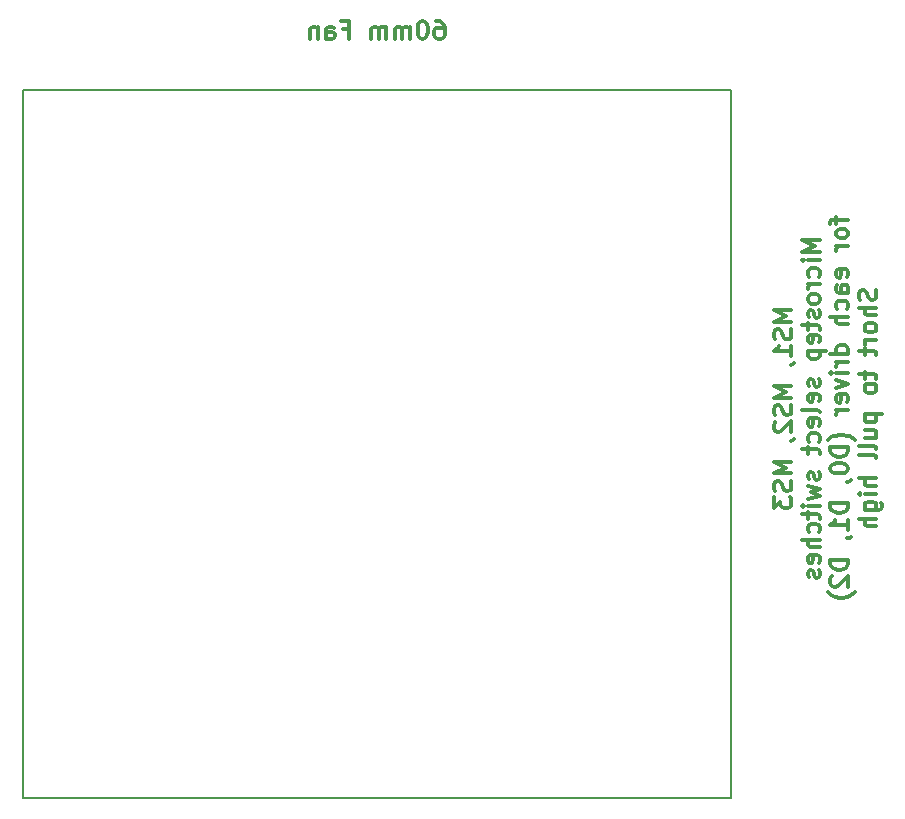
<source format=gbr>
G04 #@! TF.FileFunction,Legend,Bot*
%FSLAX46Y46*%
G04 Gerber Fmt 4.6, Leading zero omitted, Abs format (unit mm)*
G04 Created by KiCad (PCBNEW (2015-12-07 BZR 6352)-product) date Sun 16 Jul 2017 10:51:14 AM EDT*
%MOMM*%
G01*
G04 APERTURE LIST*
%ADD10C,0.100000*%
%ADD11C,0.300000*%
%ADD12C,0.200000*%
G04 APERTURE END LIST*
D10*
D11*
X161078571Y-64642858D02*
X159578571Y-64642858D01*
X160650000Y-65142858D01*
X159578571Y-65642858D01*
X161078571Y-65642858D01*
X161007143Y-66285715D02*
X161078571Y-66500001D01*
X161078571Y-66857144D01*
X161007143Y-67000001D01*
X160935714Y-67071430D01*
X160792857Y-67142858D01*
X160650000Y-67142858D01*
X160507143Y-67071430D01*
X160435714Y-67000001D01*
X160364286Y-66857144D01*
X160292857Y-66571430D01*
X160221429Y-66428572D01*
X160150000Y-66357144D01*
X160007143Y-66285715D01*
X159864286Y-66285715D01*
X159721429Y-66357144D01*
X159650000Y-66428572D01*
X159578571Y-66571430D01*
X159578571Y-66928572D01*
X159650000Y-67142858D01*
X161078571Y-68571429D02*
X161078571Y-67714286D01*
X161078571Y-68142858D02*
X159578571Y-68142858D01*
X159792857Y-68000001D01*
X159935714Y-67857143D01*
X160007143Y-67714286D01*
X161007143Y-69285714D02*
X161078571Y-69285714D01*
X161221429Y-69214286D01*
X161292857Y-69142857D01*
X161078571Y-71071429D02*
X159578571Y-71071429D01*
X160650000Y-71571429D01*
X159578571Y-72071429D01*
X161078571Y-72071429D01*
X161007143Y-72714286D02*
X161078571Y-72928572D01*
X161078571Y-73285715D01*
X161007143Y-73428572D01*
X160935714Y-73500001D01*
X160792857Y-73571429D01*
X160650000Y-73571429D01*
X160507143Y-73500001D01*
X160435714Y-73428572D01*
X160364286Y-73285715D01*
X160292857Y-73000001D01*
X160221429Y-72857143D01*
X160150000Y-72785715D01*
X160007143Y-72714286D01*
X159864286Y-72714286D01*
X159721429Y-72785715D01*
X159650000Y-72857143D01*
X159578571Y-73000001D01*
X159578571Y-73357143D01*
X159650000Y-73571429D01*
X159721429Y-74142857D02*
X159650000Y-74214286D01*
X159578571Y-74357143D01*
X159578571Y-74714286D01*
X159650000Y-74857143D01*
X159721429Y-74928572D01*
X159864286Y-75000000D01*
X160007143Y-75000000D01*
X160221429Y-74928572D01*
X161078571Y-74071429D01*
X161078571Y-75000000D01*
X161007143Y-75714285D02*
X161078571Y-75714285D01*
X161221429Y-75642857D01*
X161292857Y-75571428D01*
X161078571Y-77500000D02*
X159578571Y-77500000D01*
X160650000Y-78000000D01*
X159578571Y-78500000D01*
X161078571Y-78500000D01*
X161007143Y-79142857D02*
X161078571Y-79357143D01*
X161078571Y-79714286D01*
X161007143Y-79857143D01*
X160935714Y-79928572D01*
X160792857Y-80000000D01*
X160650000Y-80000000D01*
X160507143Y-79928572D01*
X160435714Y-79857143D01*
X160364286Y-79714286D01*
X160292857Y-79428572D01*
X160221429Y-79285714D01*
X160150000Y-79214286D01*
X160007143Y-79142857D01*
X159864286Y-79142857D01*
X159721429Y-79214286D01*
X159650000Y-79285714D01*
X159578571Y-79428572D01*
X159578571Y-79785714D01*
X159650000Y-80000000D01*
X159578571Y-80500000D02*
X159578571Y-81428571D01*
X160150000Y-80928571D01*
X160150000Y-81142857D01*
X160221429Y-81285714D01*
X160292857Y-81357143D01*
X160435714Y-81428571D01*
X160792857Y-81428571D01*
X160935714Y-81357143D01*
X161007143Y-81285714D01*
X161078571Y-81142857D01*
X161078571Y-80714285D01*
X161007143Y-80571428D01*
X160935714Y-80500000D01*
X163478571Y-58750000D02*
X161978571Y-58750000D01*
X163050000Y-59250000D01*
X161978571Y-59750000D01*
X163478571Y-59750000D01*
X163478571Y-60464286D02*
X162478571Y-60464286D01*
X161978571Y-60464286D02*
X162050000Y-60392857D01*
X162121429Y-60464286D01*
X162050000Y-60535714D01*
X161978571Y-60464286D01*
X162121429Y-60464286D01*
X163407143Y-61821429D02*
X163478571Y-61678572D01*
X163478571Y-61392858D01*
X163407143Y-61250000D01*
X163335714Y-61178572D01*
X163192857Y-61107143D01*
X162764286Y-61107143D01*
X162621429Y-61178572D01*
X162550000Y-61250000D01*
X162478571Y-61392858D01*
X162478571Y-61678572D01*
X162550000Y-61821429D01*
X163478571Y-62464286D02*
X162478571Y-62464286D01*
X162764286Y-62464286D02*
X162621429Y-62535714D01*
X162550000Y-62607143D01*
X162478571Y-62750000D01*
X162478571Y-62892857D01*
X163478571Y-63607143D02*
X163407143Y-63464285D01*
X163335714Y-63392857D01*
X163192857Y-63321428D01*
X162764286Y-63321428D01*
X162621429Y-63392857D01*
X162550000Y-63464285D01*
X162478571Y-63607143D01*
X162478571Y-63821428D01*
X162550000Y-63964285D01*
X162621429Y-64035714D01*
X162764286Y-64107143D01*
X163192857Y-64107143D01*
X163335714Y-64035714D01*
X163407143Y-63964285D01*
X163478571Y-63821428D01*
X163478571Y-63607143D01*
X163407143Y-64678571D02*
X163478571Y-64821428D01*
X163478571Y-65107143D01*
X163407143Y-65250000D01*
X163264286Y-65321428D01*
X163192857Y-65321428D01*
X163050000Y-65250000D01*
X162978571Y-65107143D01*
X162978571Y-64892857D01*
X162907143Y-64750000D01*
X162764286Y-64678571D01*
X162692857Y-64678571D01*
X162550000Y-64750000D01*
X162478571Y-64892857D01*
X162478571Y-65107143D01*
X162550000Y-65250000D01*
X162478571Y-65750000D02*
X162478571Y-66321429D01*
X161978571Y-65964286D02*
X163264286Y-65964286D01*
X163407143Y-66035714D01*
X163478571Y-66178572D01*
X163478571Y-66321429D01*
X163407143Y-67392857D02*
X163478571Y-67250000D01*
X163478571Y-66964286D01*
X163407143Y-66821429D01*
X163264286Y-66750000D01*
X162692857Y-66750000D01*
X162550000Y-66821429D01*
X162478571Y-66964286D01*
X162478571Y-67250000D01*
X162550000Y-67392857D01*
X162692857Y-67464286D01*
X162835714Y-67464286D01*
X162978571Y-66750000D01*
X162478571Y-68107143D02*
X163978571Y-68107143D01*
X162550000Y-68107143D02*
X162478571Y-68250000D01*
X162478571Y-68535714D01*
X162550000Y-68678571D01*
X162621429Y-68750000D01*
X162764286Y-68821429D01*
X163192857Y-68821429D01*
X163335714Y-68750000D01*
X163407143Y-68678571D01*
X163478571Y-68535714D01*
X163478571Y-68250000D01*
X163407143Y-68107143D01*
X163407143Y-70535714D02*
X163478571Y-70678571D01*
X163478571Y-70964286D01*
X163407143Y-71107143D01*
X163264286Y-71178571D01*
X163192857Y-71178571D01*
X163050000Y-71107143D01*
X162978571Y-70964286D01*
X162978571Y-70750000D01*
X162907143Y-70607143D01*
X162764286Y-70535714D01*
X162692857Y-70535714D01*
X162550000Y-70607143D01*
X162478571Y-70750000D01*
X162478571Y-70964286D01*
X162550000Y-71107143D01*
X163407143Y-72392857D02*
X163478571Y-72250000D01*
X163478571Y-71964286D01*
X163407143Y-71821429D01*
X163264286Y-71750000D01*
X162692857Y-71750000D01*
X162550000Y-71821429D01*
X162478571Y-71964286D01*
X162478571Y-72250000D01*
X162550000Y-72392857D01*
X162692857Y-72464286D01*
X162835714Y-72464286D01*
X162978571Y-71750000D01*
X163478571Y-73321429D02*
X163407143Y-73178571D01*
X163264286Y-73107143D01*
X161978571Y-73107143D01*
X163407143Y-74464285D02*
X163478571Y-74321428D01*
X163478571Y-74035714D01*
X163407143Y-73892857D01*
X163264286Y-73821428D01*
X162692857Y-73821428D01*
X162550000Y-73892857D01*
X162478571Y-74035714D01*
X162478571Y-74321428D01*
X162550000Y-74464285D01*
X162692857Y-74535714D01*
X162835714Y-74535714D01*
X162978571Y-73821428D01*
X163407143Y-75821428D02*
X163478571Y-75678571D01*
X163478571Y-75392857D01*
X163407143Y-75249999D01*
X163335714Y-75178571D01*
X163192857Y-75107142D01*
X162764286Y-75107142D01*
X162621429Y-75178571D01*
X162550000Y-75249999D01*
X162478571Y-75392857D01*
X162478571Y-75678571D01*
X162550000Y-75821428D01*
X162478571Y-76249999D02*
X162478571Y-76821428D01*
X161978571Y-76464285D02*
X163264286Y-76464285D01*
X163407143Y-76535713D01*
X163478571Y-76678571D01*
X163478571Y-76821428D01*
X163407143Y-78392856D02*
X163478571Y-78535713D01*
X163478571Y-78821428D01*
X163407143Y-78964285D01*
X163264286Y-79035713D01*
X163192857Y-79035713D01*
X163050000Y-78964285D01*
X162978571Y-78821428D01*
X162978571Y-78607142D01*
X162907143Y-78464285D01*
X162764286Y-78392856D01*
X162692857Y-78392856D01*
X162550000Y-78464285D01*
X162478571Y-78607142D01*
X162478571Y-78821428D01*
X162550000Y-78964285D01*
X162478571Y-79535714D02*
X163478571Y-79821428D01*
X162764286Y-80107142D01*
X163478571Y-80392857D01*
X162478571Y-80678571D01*
X163478571Y-81250000D02*
X162478571Y-81250000D01*
X161978571Y-81250000D02*
X162050000Y-81178571D01*
X162121429Y-81250000D01*
X162050000Y-81321428D01*
X161978571Y-81250000D01*
X162121429Y-81250000D01*
X162478571Y-81750000D02*
X162478571Y-82321429D01*
X161978571Y-81964286D02*
X163264286Y-81964286D01*
X163407143Y-82035714D01*
X163478571Y-82178572D01*
X163478571Y-82321429D01*
X163407143Y-83464286D02*
X163478571Y-83321429D01*
X163478571Y-83035715D01*
X163407143Y-82892857D01*
X163335714Y-82821429D01*
X163192857Y-82750000D01*
X162764286Y-82750000D01*
X162621429Y-82821429D01*
X162550000Y-82892857D01*
X162478571Y-83035715D01*
X162478571Y-83321429D01*
X162550000Y-83464286D01*
X163478571Y-84107143D02*
X161978571Y-84107143D01*
X163478571Y-84750000D02*
X162692857Y-84750000D01*
X162550000Y-84678571D01*
X162478571Y-84535714D01*
X162478571Y-84321429D01*
X162550000Y-84178571D01*
X162621429Y-84107143D01*
X163407143Y-86035714D02*
X163478571Y-85892857D01*
X163478571Y-85607143D01*
X163407143Y-85464286D01*
X163264286Y-85392857D01*
X162692857Y-85392857D01*
X162550000Y-85464286D01*
X162478571Y-85607143D01*
X162478571Y-85892857D01*
X162550000Y-86035714D01*
X162692857Y-86107143D01*
X162835714Y-86107143D01*
X162978571Y-85392857D01*
X163407143Y-86678571D02*
X163478571Y-86821428D01*
X163478571Y-87107143D01*
X163407143Y-87250000D01*
X163264286Y-87321428D01*
X163192857Y-87321428D01*
X163050000Y-87250000D01*
X162978571Y-87107143D01*
X162978571Y-86892857D01*
X162907143Y-86750000D01*
X162764286Y-86678571D01*
X162692857Y-86678571D01*
X162550000Y-86750000D01*
X162478571Y-86892857D01*
X162478571Y-87107143D01*
X162550000Y-87250000D01*
X164878571Y-56785716D02*
X164878571Y-57357145D01*
X165878571Y-57000002D02*
X164592857Y-57000002D01*
X164450000Y-57071430D01*
X164378571Y-57214288D01*
X164378571Y-57357145D01*
X165878571Y-58071431D02*
X165807143Y-57928573D01*
X165735714Y-57857145D01*
X165592857Y-57785716D01*
X165164286Y-57785716D01*
X165021429Y-57857145D01*
X164950000Y-57928573D01*
X164878571Y-58071431D01*
X164878571Y-58285716D01*
X164950000Y-58428573D01*
X165021429Y-58500002D01*
X165164286Y-58571431D01*
X165592857Y-58571431D01*
X165735714Y-58500002D01*
X165807143Y-58428573D01*
X165878571Y-58285716D01*
X165878571Y-58071431D01*
X165878571Y-59214288D02*
X164878571Y-59214288D01*
X165164286Y-59214288D02*
X165021429Y-59285716D01*
X164950000Y-59357145D01*
X164878571Y-59500002D01*
X164878571Y-59642859D01*
X165807143Y-61857144D02*
X165878571Y-61714287D01*
X165878571Y-61428573D01*
X165807143Y-61285716D01*
X165664286Y-61214287D01*
X165092857Y-61214287D01*
X164950000Y-61285716D01*
X164878571Y-61428573D01*
X164878571Y-61714287D01*
X164950000Y-61857144D01*
X165092857Y-61928573D01*
X165235714Y-61928573D01*
X165378571Y-61214287D01*
X165878571Y-63214287D02*
X165092857Y-63214287D01*
X164950000Y-63142858D01*
X164878571Y-63000001D01*
X164878571Y-62714287D01*
X164950000Y-62571430D01*
X165807143Y-63214287D02*
X165878571Y-63071430D01*
X165878571Y-62714287D01*
X165807143Y-62571430D01*
X165664286Y-62500001D01*
X165521429Y-62500001D01*
X165378571Y-62571430D01*
X165307143Y-62714287D01*
X165307143Y-63071430D01*
X165235714Y-63214287D01*
X165807143Y-64571430D02*
X165878571Y-64428573D01*
X165878571Y-64142859D01*
X165807143Y-64000001D01*
X165735714Y-63928573D01*
X165592857Y-63857144D01*
X165164286Y-63857144D01*
X165021429Y-63928573D01*
X164950000Y-64000001D01*
X164878571Y-64142859D01*
X164878571Y-64428573D01*
X164950000Y-64571430D01*
X165878571Y-65214287D02*
X164378571Y-65214287D01*
X165878571Y-65857144D02*
X165092857Y-65857144D01*
X164950000Y-65785715D01*
X164878571Y-65642858D01*
X164878571Y-65428573D01*
X164950000Y-65285715D01*
X165021429Y-65214287D01*
X165878571Y-68357144D02*
X164378571Y-68357144D01*
X165807143Y-68357144D02*
X165878571Y-68214287D01*
X165878571Y-67928573D01*
X165807143Y-67785715D01*
X165735714Y-67714287D01*
X165592857Y-67642858D01*
X165164286Y-67642858D01*
X165021429Y-67714287D01*
X164950000Y-67785715D01*
X164878571Y-67928573D01*
X164878571Y-68214287D01*
X164950000Y-68357144D01*
X165878571Y-69071430D02*
X164878571Y-69071430D01*
X165164286Y-69071430D02*
X165021429Y-69142858D01*
X164950000Y-69214287D01*
X164878571Y-69357144D01*
X164878571Y-69500001D01*
X165878571Y-70000001D02*
X164878571Y-70000001D01*
X164378571Y-70000001D02*
X164450000Y-69928572D01*
X164521429Y-70000001D01*
X164450000Y-70071429D01*
X164378571Y-70000001D01*
X164521429Y-70000001D01*
X164878571Y-70571430D02*
X165878571Y-70928573D01*
X164878571Y-71285715D01*
X165807143Y-72428572D02*
X165878571Y-72285715D01*
X165878571Y-72000001D01*
X165807143Y-71857144D01*
X165664286Y-71785715D01*
X165092857Y-71785715D01*
X164950000Y-71857144D01*
X164878571Y-72000001D01*
X164878571Y-72285715D01*
X164950000Y-72428572D01*
X165092857Y-72500001D01*
X165235714Y-72500001D01*
X165378571Y-71785715D01*
X165878571Y-73142858D02*
X164878571Y-73142858D01*
X165164286Y-73142858D02*
X165021429Y-73214286D01*
X164950000Y-73285715D01*
X164878571Y-73428572D01*
X164878571Y-73571429D01*
X166450000Y-75642857D02*
X166378571Y-75571429D01*
X166164286Y-75428572D01*
X166021429Y-75357143D01*
X165807143Y-75285714D01*
X165450000Y-75214286D01*
X165164286Y-75214286D01*
X164807143Y-75285714D01*
X164592857Y-75357143D01*
X164450000Y-75428572D01*
X164235714Y-75571429D01*
X164164286Y-75642857D01*
X165878571Y-76214286D02*
X164378571Y-76214286D01*
X164378571Y-76571429D01*
X164450000Y-76785714D01*
X164592857Y-76928572D01*
X164735714Y-77000000D01*
X165021429Y-77071429D01*
X165235714Y-77071429D01*
X165521429Y-77000000D01*
X165664286Y-76928572D01*
X165807143Y-76785714D01*
X165878571Y-76571429D01*
X165878571Y-76214286D01*
X164378571Y-78000000D02*
X164378571Y-78142857D01*
X164450000Y-78285714D01*
X164521429Y-78357143D01*
X164664286Y-78428572D01*
X164950000Y-78500000D01*
X165307143Y-78500000D01*
X165592857Y-78428572D01*
X165735714Y-78357143D01*
X165807143Y-78285714D01*
X165878571Y-78142857D01*
X165878571Y-78000000D01*
X165807143Y-77857143D01*
X165735714Y-77785714D01*
X165592857Y-77714286D01*
X165307143Y-77642857D01*
X164950000Y-77642857D01*
X164664286Y-77714286D01*
X164521429Y-77785714D01*
X164450000Y-77857143D01*
X164378571Y-78000000D01*
X165807143Y-79214285D02*
X165878571Y-79214285D01*
X166021429Y-79142857D01*
X166092857Y-79071428D01*
X165878571Y-81000000D02*
X164378571Y-81000000D01*
X164378571Y-81357143D01*
X164450000Y-81571428D01*
X164592857Y-81714286D01*
X164735714Y-81785714D01*
X165021429Y-81857143D01*
X165235714Y-81857143D01*
X165521429Y-81785714D01*
X165664286Y-81714286D01*
X165807143Y-81571428D01*
X165878571Y-81357143D01*
X165878571Y-81000000D01*
X165878571Y-83285714D02*
X165878571Y-82428571D01*
X165878571Y-82857143D02*
X164378571Y-82857143D01*
X164592857Y-82714286D01*
X164735714Y-82571428D01*
X164807143Y-82428571D01*
X165807143Y-83999999D02*
X165878571Y-83999999D01*
X166021429Y-83928571D01*
X166092857Y-83857142D01*
X165878571Y-85785714D02*
X164378571Y-85785714D01*
X164378571Y-86142857D01*
X164450000Y-86357142D01*
X164592857Y-86500000D01*
X164735714Y-86571428D01*
X165021429Y-86642857D01*
X165235714Y-86642857D01*
X165521429Y-86571428D01*
X165664286Y-86500000D01*
X165807143Y-86357142D01*
X165878571Y-86142857D01*
X165878571Y-85785714D01*
X164521429Y-87214285D02*
X164450000Y-87285714D01*
X164378571Y-87428571D01*
X164378571Y-87785714D01*
X164450000Y-87928571D01*
X164521429Y-88000000D01*
X164664286Y-88071428D01*
X164807143Y-88071428D01*
X165021429Y-88000000D01*
X165878571Y-87142857D01*
X165878571Y-88071428D01*
X166450000Y-88571428D02*
X166378571Y-88642856D01*
X166164286Y-88785713D01*
X166021429Y-88857142D01*
X165807143Y-88928571D01*
X165450000Y-88999999D01*
X165164286Y-88999999D01*
X164807143Y-88928571D01*
X164592857Y-88857142D01*
X164450000Y-88785713D01*
X164235714Y-88642856D01*
X164164286Y-88571428D01*
X168207143Y-62964286D02*
X168278571Y-63178572D01*
X168278571Y-63535715D01*
X168207143Y-63678572D01*
X168135714Y-63750001D01*
X167992857Y-63821429D01*
X167850000Y-63821429D01*
X167707143Y-63750001D01*
X167635714Y-63678572D01*
X167564286Y-63535715D01*
X167492857Y-63250001D01*
X167421429Y-63107143D01*
X167350000Y-63035715D01*
X167207143Y-62964286D01*
X167064286Y-62964286D01*
X166921429Y-63035715D01*
X166850000Y-63107143D01*
X166778571Y-63250001D01*
X166778571Y-63607143D01*
X166850000Y-63821429D01*
X168278571Y-64464286D02*
X166778571Y-64464286D01*
X168278571Y-65107143D02*
X167492857Y-65107143D01*
X167350000Y-65035714D01*
X167278571Y-64892857D01*
X167278571Y-64678572D01*
X167350000Y-64535714D01*
X167421429Y-64464286D01*
X168278571Y-66035715D02*
X168207143Y-65892857D01*
X168135714Y-65821429D01*
X167992857Y-65750000D01*
X167564286Y-65750000D01*
X167421429Y-65821429D01*
X167350000Y-65892857D01*
X167278571Y-66035715D01*
X167278571Y-66250000D01*
X167350000Y-66392857D01*
X167421429Y-66464286D01*
X167564286Y-66535715D01*
X167992857Y-66535715D01*
X168135714Y-66464286D01*
X168207143Y-66392857D01*
X168278571Y-66250000D01*
X168278571Y-66035715D01*
X168278571Y-67178572D02*
X167278571Y-67178572D01*
X167564286Y-67178572D02*
X167421429Y-67250000D01*
X167350000Y-67321429D01*
X167278571Y-67464286D01*
X167278571Y-67607143D01*
X167278571Y-67892857D02*
X167278571Y-68464286D01*
X166778571Y-68107143D02*
X168064286Y-68107143D01*
X168207143Y-68178571D01*
X168278571Y-68321429D01*
X168278571Y-68464286D01*
X167278571Y-69892857D02*
X167278571Y-70464286D01*
X166778571Y-70107143D02*
X168064286Y-70107143D01*
X168207143Y-70178571D01*
X168278571Y-70321429D01*
X168278571Y-70464286D01*
X168278571Y-71178572D02*
X168207143Y-71035714D01*
X168135714Y-70964286D01*
X167992857Y-70892857D01*
X167564286Y-70892857D01*
X167421429Y-70964286D01*
X167350000Y-71035714D01*
X167278571Y-71178572D01*
X167278571Y-71392857D01*
X167350000Y-71535714D01*
X167421429Y-71607143D01*
X167564286Y-71678572D01*
X167992857Y-71678572D01*
X168135714Y-71607143D01*
X168207143Y-71535714D01*
X168278571Y-71392857D01*
X168278571Y-71178572D01*
X167278571Y-73464286D02*
X168778571Y-73464286D01*
X167350000Y-73464286D02*
X167278571Y-73607143D01*
X167278571Y-73892857D01*
X167350000Y-74035714D01*
X167421429Y-74107143D01*
X167564286Y-74178572D01*
X167992857Y-74178572D01*
X168135714Y-74107143D01*
X168207143Y-74035714D01*
X168278571Y-73892857D01*
X168278571Y-73607143D01*
X168207143Y-73464286D01*
X167278571Y-75464286D02*
X168278571Y-75464286D01*
X167278571Y-74821429D02*
X168064286Y-74821429D01*
X168207143Y-74892857D01*
X168278571Y-75035715D01*
X168278571Y-75250000D01*
X168207143Y-75392857D01*
X168135714Y-75464286D01*
X168278571Y-76392858D02*
X168207143Y-76250000D01*
X168064286Y-76178572D01*
X166778571Y-76178572D01*
X168278571Y-77178572D02*
X168207143Y-77035714D01*
X168064286Y-76964286D01*
X166778571Y-76964286D01*
X168278571Y-78892857D02*
X166778571Y-78892857D01*
X168278571Y-79535714D02*
X167492857Y-79535714D01*
X167350000Y-79464285D01*
X167278571Y-79321428D01*
X167278571Y-79107143D01*
X167350000Y-78964285D01*
X167421429Y-78892857D01*
X168278571Y-80250000D02*
X167278571Y-80250000D01*
X166778571Y-80250000D02*
X166850000Y-80178571D01*
X166921429Y-80250000D01*
X166850000Y-80321428D01*
X166778571Y-80250000D01*
X166921429Y-80250000D01*
X167278571Y-81607143D02*
X168492857Y-81607143D01*
X168635714Y-81535714D01*
X168707143Y-81464286D01*
X168778571Y-81321429D01*
X168778571Y-81107143D01*
X168707143Y-80964286D01*
X168207143Y-81607143D02*
X168278571Y-81464286D01*
X168278571Y-81178572D01*
X168207143Y-81035714D01*
X168135714Y-80964286D01*
X167992857Y-80892857D01*
X167564286Y-80892857D01*
X167421429Y-80964286D01*
X167350000Y-81035714D01*
X167278571Y-81178572D01*
X167278571Y-81464286D01*
X167350000Y-81607143D01*
X168278571Y-82321429D02*
X166778571Y-82321429D01*
X168278571Y-82964286D02*
X167492857Y-82964286D01*
X167350000Y-82892857D01*
X167278571Y-82750000D01*
X167278571Y-82535715D01*
X167350000Y-82392857D01*
X167421429Y-82321429D01*
X130999999Y-40178571D02*
X131285713Y-40178571D01*
X131428570Y-40250000D01*
X131499999Y-40321429D01*
X131642856Y-40535714D01*
X131714285Y-40821429D01*
X131714285Y-41392857D01*
X131642856Y-41535714D01*
X131571428Y-41607143D01*
X131428570Y-41678571D01*
X131142856Y-41678571D01*
X130999999Y-41607143D01*
X130928570Y-41535714D01*
X130857142Y-41392857D01*
X130857142Y-41035714D01*
X130928570Y-40892857D01*
X130999999Y-40821429D01*
X131142856Y-40750000D01*
X131428570Y-40750000D01*
X131571428Y-40821429D01*
X131642856Y-40892857D01*
X131714285Y-41035714D01*
X129928571Y-40178571D02*
X129785714Y-40178571D01*
X129642857Y-40250000D01*
X129571428Y-40321429D01*
X129499999Y-40464286D01*
X129428571Y-40750000D01*
X129428571Y-41107143D01*
X129499999Y-41392857D01*
X129571428Y-41535714D01*
X129642857Y-41607143D01*
X129785714Y-41678571D01*
X129928571Y-41678571D01*
X130071428Y-41607143D01*
X130142857Y-41535714D01*
X130214285Y-41392857D01*
X130285714Y-41107143D01*
X130285714Y-40750000D01*
X130214285Y-40464286D01*
X130142857Y-40321429D01*
X130071428Y-40250000D01*
X129928571Y-40178571D01*
X128785714Y-41678571D02*
X128785714Y-40678571D01*
X128785714Y-40821429D02*
X128714286Y-40750000D01*
X128571428Y-40678571D01*
X128357143Y-40678571D01*
X128214286Y-40750000D01*
X128142857Y-40892857D01*
X128142857Y-41678571D01*
X128142857Y-40892857D02*
X128071428Y-40750000D01*
X127928571Y-40678571D01*
X127714286Y-40678571D01*
X127571428Y-40750000D01*
X127500000Y-40892857D01*
X127500000Y-41678571D01*
X126785714Y-41678571D02*
X126785714Y-40678571D01*
X126785714Y-40821429D02*
X126714286Y-40750000D01*
X126571428Y-40678571D01*
X126357143Y-40678571D01*
X126214286Y-40750000D01*
X126142857Y-40892857D01*
X126142857Y-41678571D01*
X126142857Y-40892857D02*
X126071428Y-40750000D01*
X125928571Y-40678571D01*
X125714286Y-40678571D01*
X125571428Y-40750000D01*
X125500000Y-40892857D01*
X125500000Y-41678571D01*
X123142857Y-40892857D02*
X123642857Y-40892857D01*
X123642857Y-41678571D02*
X123642857Y-40178571D01*
X122928571Y-40178571D01*
X121714286Y-41678571D02*
X121714286Y-40892857D01*
X121785715Y-40750000D01*
X121928572Y-40678571D01*
X122214286Y-40678571D01*
X122357143Y-40750000D01*
X121714286Y-41607143D02*
X121857143Y-41678571D01*
X122214286Y-41678571D01*
X122357143Y-41607143D01*
X122428572Y-41464286D01*
X122428572Y-41321429D01*
X122357143Y-41178571D01*
X122214286Y-41107143D01*
X121857143Y-41107143D01*
X121714286Y-41035714D01*
X121000000Y-40678571D02*
X121000000Y-41678571D01*
X121000000Y-40821429D02*
X120928572Y-40750000D01*
X120785714Y-40678571D01*
X120571429Y-40678571D01*
X120428572Y-40750000D01*
X120357143Y-40892857D01*
X120357143Y-41678571D01*
D12*
X96000000Y-106000000D02*
X156000000Y-106000000D01*
X96000000Y-46000000D02*
X96000000Y-106000000D01*
X156000000Y-46000000D02*
X96000000Y-46000000D01*
X156000000Y-106000000D02*
X156000000Y-46000000D01*
M02*

</source>
